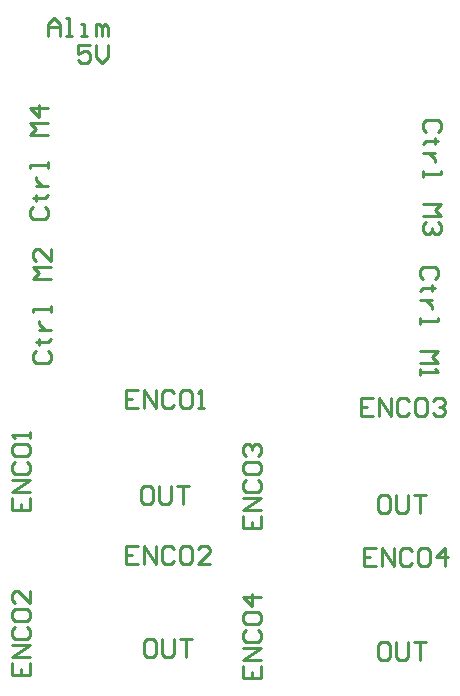
<source format=gm1>
G04 Layer_Color=16711935*
%FSLAX24Y24*%
%MOIN*%
G70*
G01*
G75*
%ADD19C,0.0100*%
D19*
X52300Y27200D02*
X52100D01*
X52000Y27100D01*
Y26700D01*
X52100Y26600D01*
X52300D01*
X52400Y26700D01*
Y27100D01*
X52300Y27200D01*
X52600D02*
Y26700D01*
X52700Y26600D01*
X52900D01*
X53000Y26700D01*
Y27200D01*
X53200D02*
X53599D01*
X53400D01*
Y26600D01*
X52300Y22300D02*
X52100D01*
X52000Y22200D01*
Y21800D01*
X52100Y21700D01*
X52300D01*
X52400Y21800D01*
Y22200D01*
X52300Y22300D01*
X52600D02*
Y21800D01*
X52700Y21700D01*
X52900D01*
X53000Y21800D01*
Y22300D01*
X53200D02*
X53599D01*
X53400D01*
Y21700D01*
X44500Y22400D02*
X44300D01*
X44200Y22300D01*
Y21900D01*
X44300Y21800D01*
X44500D01*
X44600Y21900D01*
Y22300D01*
X44500Y22400D01*
X44800D02*
Y21900D01*
X44900Y21800D01*
X45100D01*
X45200Y21900D01*
Y22400D01*
X45400D02*
X45799D01*
X45600D01*
Y21800D01*
X44400Y27500D02*
X44200D01*
X44100Y27400D01*
Y27000D01*
X44200Y26900D01*
X44400D01*
X44500Y27000D01*
Y27400D01*
X44400Y27500D01*
X44700D02*
Y27000D01*
X44800Y26900D01*
X45000D01*
X45100Y27000D01*
Y27500D01*
X45300D02*
X45699D01*
X45500D01*
Y26900D01*
X51920Y25440D02*
X51520D01*
Y24840D01*
X51920D01*
X51520Y25140D02*
X51720D01*
X52120Y24840D02*
Y25440D01*
X52520Y24840D01*
Y25440D01*
X53119Y25340D02*
X53020Y25440D01*
X52820D01*
X52720Y25340D01*
Y24940D01*
X52820Y24840D01*
X53020D01*
X53119Y24940D01*
X53619Y25440D02*
X53419D01*
X53319Y25340D01*
Y24940D01*
X53419Y24840D01*
X53619D01*
X53719Y24940D01*
Y25340D01*
X53619Y25440D01*
X54219Y24840D02*
Y25440D01*
X53919Y25140D01*
X54319D01*
X51820Y30440D02*
X51420D01*
Y29840D01*
X51820D01*
X51420Y30140D02*
X51620D01*
X52020Y29840D02*
Y30440D01*
X52420Y29840D01*
Y30440D01*
X53019Y30340D02*
X52920Y30440D01*
X52720D01*
X52620Y30340D01*
Y29940D01*
X52720Y29840D01*
X52920D01*
X53019Y29940D01*
X53519Y30440D02*
X53319D01*
X53219Y30340D01*
Y29940D01*
X53319Y29840D01*
X53519D01*
X53619Y29940D01*
Y30340D01*
X53519Y30440D01*
X53819Y30340D02*
X53919Y30440D01*
X54119D01*
X54219Y30340D01*
Y30240D01*
X54119Y30140D01*
X54019D01*
X54119D01*
X54219Y30040D01*
Y29940D01*
X54119Y29840D01*
X53919D01*
X53819Y29940D01*
X44000Y25500D02*
X43600D01*
Y24900D01*
X44000D01*
X43600Y25200D02*
X43800D01*
X44200Y24900D02*
Y25500D01*
X44600Y24900D01*
Y25500D01*
X45199Y25400D02*
X45100Y25500D01*
X44900D01*
X44800Y25400D01*
Y25000D01*
X44900Y24900D01*
X45100D01*
X45199Y25000D01*
X45699Y25500D02*
X45499D01*
X45399Y25400D01*
Y25000D01*
X45499Y24900D01*
X45699D01*
X45799Y25000D01*
Y25400D01*
X45699Y25500D01*
X46399Y24900D02*
X45999D01*
X46399Y25300D01*
Y25400D01*
X46299Y25500D01*
X46099D01*
X45999Y25400D01*
X44000Y30700D02*
X43600D01*
Y30100D01*
X44000D01*
X43600Y30400D02*
X43800D01*
X44200Y30100D02*
Y30700D01*
X44600Y30100D01*
Y30700D01*
X45199Y30600D02*
X45100Y30700D01*
X44900D01*
X44800Y30600D01*
Y30200D01*
X44900Y30100D01*
X45100D01*
X45199Y30200D01*
X45699Y30700D02*
X45499D01*
X45399Y30600D01*
Y30200D01*
X45499Y30100D01*
X45699D01*
X45799Y30200D01*
Y30600D01*
X45699Y30700D01*
X45999Y30100D02*
X46199D01*
X46099D01*
Y30700D01*
X45999Y30600D01*
X47500Y26500D02*
Y26100D01*
X48100D01*
Y26500D01*
X47800Y26100D02*
Y26300D01*
X48100Y26700D02*
X47500D01*
X48100Y27100D01*
X47500D01*
X47600Y27699D02*
X47500Y27600D01*
Y27400D01*
X47600Y27300D01*
X48000D01*
X48100Y27400D01*
Y27600D01*
X48000Y27699D01*
X47500Y28199D02*
Y27999D01*
X47600Y27899D01*
X48000D01*
X48100Y27999D01*
Y28199D01*
X48000Y28299D01*
X47600D01*
X47500Y28199D01*
X47600Y28499D02*
X47500Y28599D01*
Y28799D01*
X47600Y28899D01*
X47700D01*
X47800Y28799D01*
Y28699D01*
Y28799D01*
X47900Y28899D01*
X48000D01*
X48100Y28799D01*
Y28599D01*
X48000Y28499D01*
X47500Y21500D02*
Y21100D01*
X48100D01*
Y21500D01*
X47800Y21100D02*
Y21300D01*
X48100Y21700D02*
X47500D01*
X48100Y22100D01*
X47500D01*
X47600Y22699D02*
X47500Y22600D01*
Y22400D01*
X47600Y22300D01*
X48000D01*
X48100Y22400D01*
Y22600D01*
X48000Y22699D01*
X47500Y23199D02*
Y22999D01*
X47600Y22899D01*
X48000D01*
X48100Y22999D01*
Y23199D01*
X48000Y23299D01*
X47600D01*
X47500Y23199D01*
X48100Y23799D02*
X47500D01*
X47800Y23499D01*
Y23899D01*
X39800Y21600D02*
Y21200D01*
X40400D01*
Y21600D01*
X40100Y21200D02*
Y21400D01*
X40400Y21800D02*
X39800D01*
X40400Y22200D01*
X39800D01*
X39900Y22799D02*
X39800Y22700D01*
Y22500D01*
X39900Y22400D01*
X40300D01*
X40400Y22500D01*
Y22700D01*
X40300Y22799D01*
X39800Y23299D02*
Y23099D01*
X39900Y22999D01*
X40300D01*
X40400Y23099D01*
Y23299D01*
X40300Y23399D01*
X39900D01*
X39800Y23299D01*
X40400Y23999D02*
Y23599D01*
X40000Y23999D01*
X39900D01*
X39800Y23899D01*
Y23699D01*
X39900Y23599D01*
X39800Y27100D02*
Y26700D01*
X40400D01*
Y27100D01*
X40100Y26700D02*
Y26900D01*
X40400Y27300D02*
X39800D01*
X40400Y27700D01*
X39800D01*
X39900Y28299D02*
X39800Y28200D01*
Y28000D01*
X39900Y27900D01*
X40300D01*
X40400Y28000D01*
Y28200D01*
X40300Y28299D01*
X39800Y28799D02*
Y28599D01*
X39900Y28499D01*
X40300D01*
X40400Y28599D01*
Y28799D01*
X40300Y28899D01*
X39900D01*
X39800Y28799D01*
X40400Y29099D02*
Y29299D01*
Y29199D01*
X39800D01*
X39900Y29099D01*
X42400Y42200D02*
X42000D01*
Y41900D01*
X42200Y42000D01*
X42300D01*
X42400Y41900D01*
Y41700D01*
X42300Y41600D01*
X42100D01*
X42000Y41700D01*
X42600Y42200D02*
Y41800D01*
X42800Y41600D01*
X43000Y41800D01*
Y42200D01*
X53900Y34400D02*
X54000Y34500D01*
Y34700D01*
X53900Y34800D01*
X53500D01*
X53400Y34700D01*
Y34500D01*
X53500Y34400D01*
X53900Y34100D02*
X53800D01*
Y34200D01*
Y34000D01*
Y34100D01*
X53500D01*
X53400Y34000D01*
X53800Y33700D02*
X53400D01*
X53600D01*
X53700Y33600D01*
X53800Y33500D01*
Y33400D01*
X53400Y33101D02*
Y32901D01*
Y33001D01*
X54000D01*
Y33101D01*
X53400Y32001D02*
X54000D01*
X53800Y31801D01*
X54000Y31601D01*
X53400D01*
Y31401D02*
Y31201D01*
Y31301D01*
X54000D01*
X53900Y31401D01*
X54000Y39300D02*
X54100Y39400D01*
Y39600D01*
X54000Y39700D01*
X53600D01*
X53500Y39600D01*
Y39400D01*
X53600Y39300D01*
X54000Y39000D02*
X53900D01*
Y39100D01*
Y38900D01*
Y39000D01*
X53600D01*
X53500Y38900D01*
X53900Y38600D02*
X53500D01*
X53700D01*
X53800Y38500D01*
X53900Y38400D01*
Y38300D01*
X53500Y38001D02*
Y37801D01*
Y37901D01*
X54100D01*
Y38001D01*
X53500Y36901D02*
X54100D01*
X53900Y36701D01*
X54100Y36501D01*
X53500D01*
X54000Y36301D02*
X54100Y36201D01*
Y36001D01*
X54000Y35901D01*
X53900D01*
X53800Y36001D01*
Y36101D01*
Y36001D01*
X53700Y35901D01*
X53600D01*
X53500Y36001D01*
Y36201D01*
X53600Y36301D01*
X40600Y32000D02*
X40500Y31900D01*
Y31700D01*
X40600Y31600D01*
X41000D01*
X41100Y31700D01*
Y31900D01*
X41000Y32000D01*
X40600Y32300D02*
X40700D01*
Y32200D01*
Y32400D01*
Y32300D01*
X41000D01*
X41100Y32400D01*
X40700Y32700D02*
X41100D01*
X40900D01*
X40800Y32800D01*
X40700Y32900D01*
Y33000D01*
X41100Y33299D02*
Y33499D01*
Y33399D01*
X40500D01*
Y33299D01*
X41100Y34399D02*
X40500D01*
X40700Y34599D01*
X40500Y34799D01*
X41100D01*
Y35399D02*
Y34999D01*
X40700Y35399D01*
X40600D01*
X40500Y35299D01*
Y35099D01*
X40600Y34999D01*
X40500Y36800D02*
X40400Y36700D01*
Y36500D01*
X40500Y36400D01*
X40900D01*
X41000Y36500D01*
Y36700D01*
X40900Y36800D01*
X40500Y37100D02*
X40600D01*
Y37000D01*
Y37200D01*
Y37100D01*
X40900D01*
X41000Y37200D01*
X40600Y37500D02*
X41000D01*
X40800D01*
X40700Y37600D01*
X40600Y37700D01*
Y37800D01*
X41000Y38099D02*
Y38299D01*
Y38199D01*
X40400D01*
Y38099D01*
X41000Y39199D02*
X40400D01*
X40600Y39399D01*
X40400Y39599D01*
X41000D01*
Y40099D02*
X40400D01*
X40700Y39799D01*
Y40199D01*
X41000Y42500D02*
Y42900D01*
X41200Y43100D01*
X41400Y42900D01*
Y42500D01*
Y42800D01*
X41000D01*
X41600Y42500D02*
X41800D01*
X41700D01*
Y43100D01*
X41600D01*
X42100Y42500D02*
X42300D01*
X42200D01*
Y42900D01*
X42100D01*
X42599Y42500D02*
Y42900D01*
X42699D01*
X42799Y42800D01*
Y42500D01*
Y42800D01*
X42899Y42900D01*
X42999Y42800D01*
Y42500D01*
M02*

</source>
